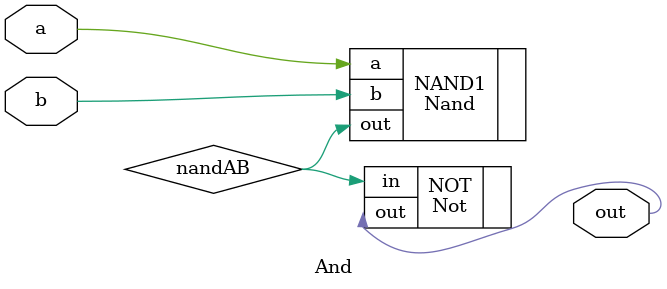
<source format=v>
/**
 * And gate:
 * out = 1 if (a == 1 and b == 1)
 *       0 otherwise
 */

`default_nettype none

module And(
    input wire a,
    input wire b,
    output wire out
  );

  wire nandAB;

  /* Equivalent implementation:
   *
   */
  Nand NAND1(.a(a), .b(b), .out(nandAB));
  Not NOT(.in(nandAB), .out(out));

endmodule

</source>
